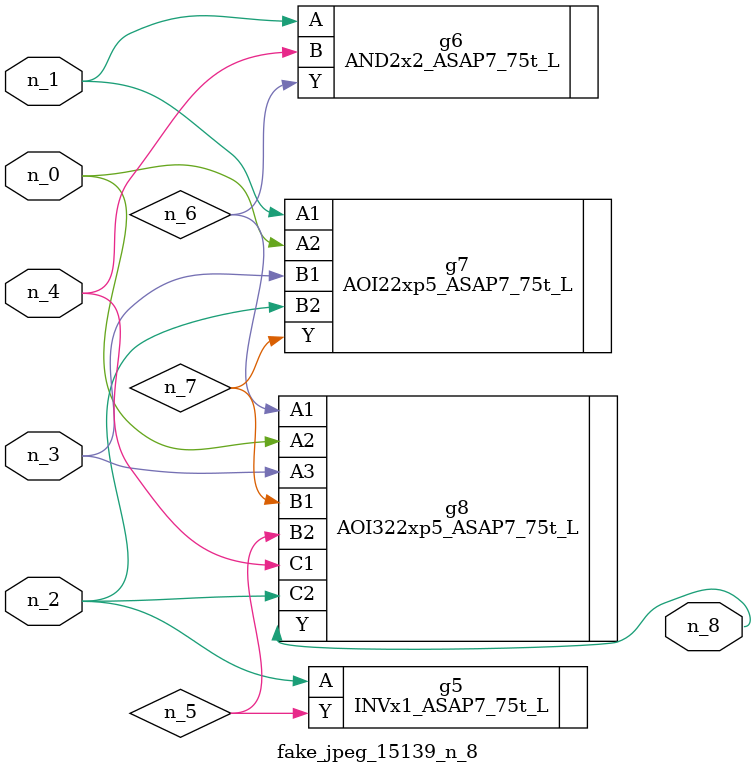
<source format=v>
module fake_jpeg_15139_n_8 (n_3, n_2, n_1, n_0, n_4, n_8);

input n_3;
input n_2;
input n_1;
input n_0;
input n_4;

output n_8;

wire n_6;
wire n_5;
wire n_7;

INVx1_ASAP7_75t_L g5 ( 
.A(n_2),
.Y(n_5)
);

AND2x2_ASAP7_75t_L g6 ( 
.A(n_1),
.B(n_4),
.Y(n_6)
);

AOI22xp5_ASAP7_75t_L g7 ( 
.A1(n_1),
.A2(n_0),
.B1(n_3),
.B2(n_2),
.Y(n_7)
);

AOI322xp5_ASAP7_75t_L g8 ( 
.A1(n_6),
.A2(n_0),
.A3(n_3),
.B1(n_7),
.B2(n_5),
.C1(n_4),
.C2(n_2),
.Y(n_8)
);


endmodule
</source>
